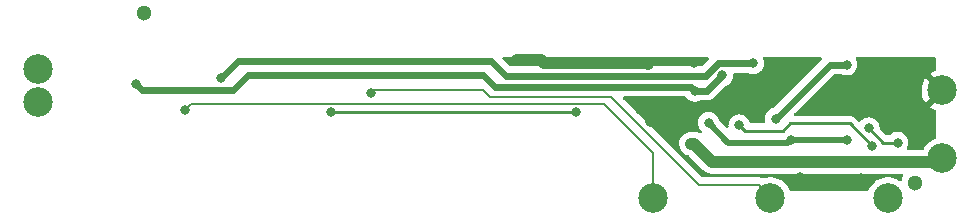
<source format=gbr>
%TF.GenerationSoftware,KiCad,Pcbnew,(6.0.6-0)*%
%TF.CreationDate,2022-09-08T19:57:57-07:00*%
%TF.ProjectId,Battery Extension PCB,42617474-6572-4792-9045-7874656e7369,rev?*%
%TF.SameCoordinates,Original*%
%TF.FileFunction,Copper,L2,Bot*%
%TF.FilePolarity,Positive*%
%FSLAX46Y46*%
G04 Gerber Fmt 4.6, Leading zero omitted, Abs format (unit mm)*
G04 Created by KiCad (PCBNEW (6.0.6-0)) date 2022-09-08 19:57:57*
%MOMM*%
%LPD*%
G01*
G04 APERTURE LIST*
%TA.AperFunction,ComponentPad*%
%ADD10C,2.500000*%
%TD*%
%TA.AperFunction,ViaPad*%
%ADD11C,1.300000*%
%TD*%
%TA.AperFunction,ViaPad*%
%ADD12C,0.800000*%
%TD*%
%TA.AperFunction,Conductor*%
%ADD13C,0.250000*%
%TD*%
%TA.AperFunction,Conductor*%
%ADD14C,1.000000*%
%TD*%
%TA.AperFunction,Conductor*%
%ADD15C,0.600000*%
%TD*%
%TA.AperFunction,Conductor*%
%ADD16C,0.200000*%
%TD*%
%TA.AperFunction,Conductor*%
%ADD17C,0.550000*%
%TD*%
G04 APERTURE END LIST*
D10*
%TO.P,H7,1*%
%TO.N,VBUS*%
X128270000Y-80848200D03*
%TD*%
%TO.P,H6,1*%
%TO.N,GND*%
X142824200Y-71729600D03*
%TD*%
%TO.P,H5,1*%
%TO.N,+5V*%
X142824200Y-77470000D03*
%TD*%
%TO.P,H4,1*%
%TO.N,IO27{slash}BATT CHARGING*%
X138201400Y-80848200D03*
%TD*%
%TO.P,H3,1*%
%TO.N,IO26{slash}BATT VOLT*%
X118338600Y-80848200D03*
%TD*%
%TO.P,H2,1*%
%TO.N,-BATT*%
X66268600Y-72694800D03*
%TD*%
%TO.P,H1,1*%
%TO.N,+BATT*%
X66268600Y-69951600D03*
%TD*%
D11*
%TO.N,*%
X75234800Y-65176400D03*
X140512800Y-79552800D03*
D12*
%TO.N,GND*%
X118110000Y-74371200D03*
X130810000Y-79044800D03*
X136799194Y-71328406D03*
X117246400Y-73355200D03*
X114503200Y-69443600D03*
X121818400Y-69443600D03*
X121513600Y-74066400D03*
X108813600Y-69189600D03*
X106832400Y-69189600D03*
X134513194Y-71328406D03*
X135940800Y-79146400D03*
X131318000Y-69545200D03*
X120396000Y-73050400D03*
X117906800Y-69494400D03*
X116484400Y-69443600D03*
X124155200Y-73050400D03*
X138627989Y-73868411D03*
X107696000Y-69189600D03*
%TO.N,VBUS*%
X128727200Y-74117200D03*
X134721600Y-69545200D03*
X94488000Y-71932800D03*
%TO.N,+BATT*%
X81788000Y-70662800D03*
X126796800Y-69443600D03*
%TO.N,-BATT*%
X74574400Y-71170800D03*
X123037600Y-74472800D03*
X124206000Y-70459600D03*
X129997200Y-75946000D03*
X134772400Y-75946000D03*
X121869200Y-71780400D03*
%TO.N,+5V*%
X121564400Y-76250800D03*
%TO.N,IO26{slash}BATT VOLT*%
X78689200Y-73406000D03*
%TO.N,Net-(R8-Pad1)*%
X136906000Y-76454000D03*
X125628400Y-74676000D03*
%TO.N,IO27{slash}BATT CHARGING*%
X139039600Y-76149200D03*
X136601200Y-74930000D03*
%TO.N,Net-(R4-Pad2)*%
X91033600Y-73546700D03*
X111793279Y-73585132D03*
%TD*%
D13*
%TO.N,Net-(R4-Pad2)*%
X111793279Y-73585132D02*
X111754847Y-73546700D01*
X111754847Y-73546700D02*
X91033600Y-73546700D01*
D14*
%TO.N,GND*%
X116484400Y-69443600D02*
X117856000Y-69443600D01*
X109067600Y-69443600D02*
X114503200Y-69443600D01*
D15*
X131470400Y-79705200D02*
X135382000Y-79705200D01*
D14*
X108813600Y-69189600D02*
X107696000Y-69189600D01*
X114503200Y-69443600D02*
X116484400Y-69443600D01*
D15*
X135382000Y-79705200D02*
X135940800Y-79146400D01*
X117246400Y-73355200D02*
X120091200Y-73355200D01*
D14*
X107696000Y-69189600D02*
X106832400Y-69189600D01*
D15*
X131318000Y-69545200D02*
X127812800Y-73050400D01*
D14*
X117856000Y-69443600D02*
X117906800Y-69494400D01*
D15*
X120091200Y-73355200D02*
X120396000Y-73050400D01*
X124155200Y-73050400D02*
X120396000Y-73050400D01*
D14*
X108813600Y-69189600D02*
X109067600Y-69443600D01*
D15*
X130810000Y-79044800D02*
X131470400Y-79705200D01*
X127812800Y-73050400D02*
X124155200Y-73050400D01*
D16*
%TO.N,VBUS*%
X114808000Y-72288400D02*
X122224800Y-79705200D01*
X103936800Y-71729600D02*
X104495600Y-72288400D01*
X94488000Y-71932800D02*
X94691200Y-71729600D01*
X94691200Y-71729600D02*
X103936800Y-71729600D01*
X127301233Y-79705200D02*
X128270000Y-80673967D01*
D15*
X134721600Y-69545200D02*
X133299200Y-69545200D01*
X133299200Y-69545200D02*
X128727200Y-74117200D01*
D16*
X104495600Y-72288400D02*
X114808000Y-72288400D01*
X122224800Y-79705200D02*
X127301233Y-79705200D01*
D15*
%TO.N,+BATT*%
X83210400Y-69240400D02*
X104601293Y-69240400D01*
X81788000Y-70662800D02*
X83210400Y-69240400D01*
X122798202Y-70494401D02*
X123849003Y-69443600D01*
X105855294Y-70494401D02*
X122798202Y-70494401D01*
X104601293Y-69240400D02*
X105855294Y-70494401D01*
X123849003Y-69443600D02*
X126796800Y-69443600D01*
%TO.N,-BATT*%
X82753200Y-71678800D02*
X75082400Y-71678800D01*
X121869200Y-71780400D02*
X121513600Y-71424800D01*
X103936800Y-70408800D02*
X84023200Y-70408800D01*
X75082400Y-71678800D02*
X74574400Y-71170800D01*
X122885200Y-71780400D02*
X121869200Y-71780400D01*
X104952800Y-71424800D02*
X103936800Y-70408800D01*
D17*
X124714000Y-76200000D02*
X123037600Y-74523600D01*
X123037600Y-74523600D02*
X123037600Y-74472800D01*
D15*
X121513600Y-71424800D02*
X104952800Y-71424800D01*
X124206000Y-70459600D02*
X122885200Y-71780400D01*
D17*
X134772400Y-75946000D02*
X129997200Y-75946000D01*
X129997200Y-75946000D02*
X129743200Y-76200000D01*
X129743200Y-76200000D02*
X124714000Y-76200000D01*
D15*
X84023200Y-70408800D02*
X82753200Y-71678800D01*
D14*
%TO.N,+5V*%
X121818400Y-76250800D02*
X121564400Y-76250800D01*
D15*
X141870230Y-77774800D02*
X142499615Y-77145415D01*
D14*
X123342400Y-77774800D02*
X121818400Y-76250800D01*
X123342400Y-77774800D02*
X141870230Y-77774800D01*
D16*
%TO.N,IO26{slash}BATT VOLT*%
X78689200Y-73406000D02*
X79248000Y-72847200D01*
X118338600Y-77038200D02*
X118338600Y-80673967D01*
X79248000Y-72847200D02*
X114147600Y-72847200D01*
X114147600Y-72847200D02*
X118338600Y-77038200D01*
D13*
%TO.N,Net-(R8-Pad1)*%
X129336800Y-75133200D02*
X126085600Y-75133200D01*
X126085600Y-75133200D02*
X125628400Y-74676000D01*
X129946400Y-74523600D02*
X129336800Y-75133200D01*
X134975600Y-74523600D02*
X129946400Y-74523600D01*
X136906000Y-76454000D02*
X134975600Y-74523600D01*
%TO.N,IO27{slash}BATT CHARGING*%
X137820400Y-76149200D02*
X139039600Y-76149200D01*
X136601200Y-74930000D02*
X137820400Y-76149200D01*
%TD*%
%TA.AperFunction,Conductor*%
%TO.N,GND*%
G36*
X132579640Y-68905302D02*
G01*
X132626133Y-68958958D01*
X132636237Y-69029232D01*
X132606743Y-69093812D01*
X132600614Y-69100395D01*
X130536773Y-71164235D01*
X128475288Y-73225720D01*
X128437442Y-73251732D01*
X128276478Y-73323397D01*
X128276476Y-73323398D01*
X128270448Y-73326082D01*
X128115947Y-73438334D01*
X128111526Y-73443244D01*
X128111525Y-73443245D01*
X128064836Y-73495099D01*
X127988160Y-73580256D01*
X127892673Y-73745644D01*
X127833658Y-73927272D01*
X127832968Y-73933833D01*
X127832968Y-73933835D01*
X127826723Y-73993251D01*
X127813696Y-74117200D01*
X127814386Y-74123765D01*
X127831109Y-74282872D01*
X127833658Y-74307128D01*
X127835697Y-74313403D01*
X127835698Y-74313408D01*
X127842637Y-74334762D01*
X127844666Y-74405729D01*
X127808005Y-74466528D01*
X127744293Y-74497854D01*
X127722805Y-74499700D01*
X126617914Y-74499700D01*
X126549793Y-74479698D01*
X126503300Y-74426042D01*
X126498081Y-74412636D01*
X126481935Y-74362945D01*
X126462927Y-74304444D01*
X126450473Y-74282872D01*
X126370741Y-74144774D01*
X126367440Y-74139056D01*
X126347205Y-74116582D01*
X126244075Y-74002045D01*
X126244074Y-74002044D01*
X126239653Y-73997134D01*
X126110779Y-73903501D01*
X126090494Y-73888763D01*
X126090493Y-73888762D01*
X126085152Y-73884882D01*
X126079124Y-73882198D01*
X126079122Y-73882197D01*
X125916719Y-73809891D01*
X125916718Y-73809891D01*
X125910688Y-73807206D01*
X125817287Y-73787353D01*
X125730344Y-73768872D01*
X125730339Y-73768872D01*
X125723887Y-73767500D01*
X125532913Y-73767500D01*
X125526461Y-73768872D01*
X125526456Y-73768872D01*
X125439513Y-73787353D01*
X125346112Y-73807206D01*
X125340082Y-73809891D01*
X125340081Y-73809891D01*
X125177678Y-73882197D01*
X125177676Y-73882198D01*
X125171648Y-73884882D01*
X125166307Y-73888762D01*
X125166306Y-73888763D01*
X125146021Y-73903501D01*
X125017147Y-73997134D01*
X125012726Y-74002044D01*
X125012725Y-74002045D01*
X124909596Y-74116582D01*
X124889360Y-74139056D01*
X124886059Y-74144774D01*
X124806328Y-74282872D01*
X124793873Y-74304444D01*
X124734858Y-74486072D01*
X124734168Y-74492633D01*
X124734168Y-74492635D01*
X124727853Y-74552721D01*
X124714896Y-74676000D01*
X124715586Y-74682565D01*
X124726663Y-74787957D01*
X124713891Y-74857795D01*
X124665389Y-74909642D01*
X124596556Y-74927036D01*
X124529246Y-74904455D01*
X124512258Y-74890222D01*
X123963719Y-74341683D01*
X123931690Y-74282694D01*
X123931142Y-74282872D01*
X123872127Y-74101244D01*
X123854064Y-74069957D01*
X123779941Y-73941574D01*
X123776640Y-73935856D01*
X123766746Y-73924867D01*
X123653275Y-73798845D01*
X123653274Y-73798844D01*
X123648853Y-73793934D01*
X123494352Y-73681682D01*
X123488324Y-73678998D01*
X123488322Y-73678997D01*
X123325919Y-73606691D01*
X123325918Y-73606691D01*
X123319888Y-73604006D01*
X123208154Y-73580256D01*
X123139544Y-73565672D01*
X123139539Y-73565672D01*
X123133087Y-73564300D01*
X122942113Y-73564300D01*
X122935661Y-73565672D01*
X122935656Y-73565672D01*
X122867046Y-73580256D01*
X122755312Y-73604006D01*
X122749282Y-73606691D01*
X122749281Y-73606691D01*
X122586878Y-73678997D01*
X122586876Y-73678998D01*
X122580848Y-73681682D01*
X122426347Y-73793934D01*
X122421926Y-73798844D01*
X122421925Y-73798845D01*
X122308455Y-73924867D01*
X122298560Y-73935856D01*
X122295259Y-73941574D01*
X122221137Y-74069957D01*
X122203073Y-74101244D01*
X122144058Y-74282872D01*
X122143368Y-74289433D01*
X122143368Y-74289435D01*
X122131876Y-74398774D01*
X122124096Y-74472800D01*
X122144058Y-74662728D01*
X122203073Y-74844356D01*
X122206376Y-74850078D01*
X122206377Y-74850079D01*
X122229554Y-74890222D01*
X122298560Y-75009744D01*
X122426347Y-75151666D01*
X122426490Y-75151770D01*
X122462476Y-75210184D01*
X122461124Y-75281168D01*
X122421609Y-75340152D01*
X122356478Y-75368409D01*
X122280225Y-75353788D01*
X122223014Y-75322336D01*
X122223012Y-75322335D01*
X122217613Y-75319367D01*
X122212531Y-75317755D01*
X122207837Y-75315238D01*
X122118869Y-75288038D01*
X122117841Y-75287718D01*
X122029094Y-75259565D01*
X122023798Y-75258971D01*
X122018702Y-75257413D01*
X121926143Y-75248010D01*
X121925007Y-75247889D01*
X121891392Y-75244119D01*
X121878670Y-75242692D01*
X121878666Y-75242692D01*
X121875173Y-75242300D01*
X121871646Y-75242300D01*
X121870661Y-75242245D01*
X121864981Y-75241798D01*
X121835575Y-75238811D01*
X121828063Y-75238048D01*
X121828061Y-75238048D01*
X121821938Y-75237426D01*
X121779659Y-75241423D01*
X121776291Y-75241741D01*
X121764433Y-75242300D01*
X121514631Y-75242300D01*
X121511575Y-75242600D01*
X121511568Y-75242600D01*
X121456315Y-75248018D01*
X121367567Y-75256720D01*
X121361666Y-75258502D01*
X121361664Y-75258502D01*
X121295667Y-75278428D01*
X121178231Y-75313884D01*
X121003604Y-75406734D01*
X120930384Y-75466451D01*
X120855113Y-75527840D01*
X120855110Y-75527843D01*
X120850338Y-75531735D01*
X120846411Y-75536482D01*
X120846409Y-75536484D01*
X120728199Y-75679375D01*
X120728197Y-75679379D01*
X120724270Y-75684125D01*
X120630202Y-75858099D01*
X120571718Y-76047032D01*
X120551045Y-76243725D01*
X120556644Y-76305243D01*
X120563036Y-76375479D01*
X120568970Y-76440688D01*
X120570708Y-76446594D01*
X120570709Y-76446598D01*
X120580160Y-76478709D01*
X120624810Y-76630419D01*
X120627663Y-76635877D01*
X120627665Y-76635881D01*
X120659601Y-76696968D01*
X120716440Y-76805690D01*
X120840368Y-76959825D01*
X120991874Y-77086954D01*
X120997272Y-77089921D01*
X120997277Y-77089925D01*
X121140580Y-77168705D01*
X121165187Y-77182233D01*
X121171054Y-77184094D01*
X121171056Y-77184095D01*
X121347835Y-77240173D01*
X121347839Y-77240174D01*
X121353706Y-77242035D01*
X121355458Y-77242232D01*
X121417027Y-77275662D01*
X122585549Y-78444184D01*
X122594651Y-78454327D01*
X122618368Y-78483825D01*
X122656846Y-78516112D01*
X122660462Y-78519267D01*
X122662288Y-78520923D01*
X122664474Y-78523109D01*
X122666854Y-78525064D01*
X122666864Y-78525073D01*
X122697668Y-78550376D01*
X122698683Y-78551218D01*
X122769874Y-78610954D01*
X122774548Y-78613523D01*
X122778661Y-78616902D01*
X122784098Y-78619817D01*
X122784099Y-78619818D01*
X122860447Y-78660755D01*
X122861577Y-78661368D01*
X122943187Y-78706233D01*
X122948269Y-78707845D01*
X122952963Y-78710362D01*
X123041931Y-78737562D01*
X123042959Y-78737882D01*
X123131706Y-78766035D01*
X123137002Y-78766629D01*
X123142098Y-78768187D01*
X123234622Y-78777585D01*
X123235742Y-78777705D01*
X123269064Y-78781442D01*
X123282130Y-78782908D01*
X123282134Y-78782908D01*
X123285627Y-78783300D01*
X123289154Y-78783300D01*
X123290157Y-78783356D01*
X123295841Y-78783803D01*
X123321257Y-78786385D01*
X123332736Y-78787551D01*
X123332738Y-78787551D01*
X123338862Y-78788173D01*
X123384501Y-78783859D01*
X123396357Y-78783300D01*
X139399836Y-78783300D01*
X139467957Y-78803302D01*
X139514450Y-78856958D01*
X139524554Y-78927232D01*
X139511344Y-78967967D01*
X139454138Y-79076698D01*
X139437900Y-79107562D01*
X139436186Y-79113083D01*
X139436184Y-79113087D01*
X139410284Y-79196500D01*
X139374761Y-79310902D01*
X139374713Y-79311308D01*
X139341807Y-79372247D01*
X139279655Y-79406563D01*
X139208816Y-79401829D01*
X139180476Y-79387096D01*
X139100251Y-79331441D01*
X139100248Y-79331439D01*
X139096409Y-79328776D01*
X139092216Y-79326708D01*
X138866181Y-79215240D01*
X138866178Y-79215239D01*
X138861993Y-79213175D01*
X138822906Y-79200663D01*
X138617523Y-79134920D01*
X138613065Y-79133493D01*
X138355093Y-79091479D01*
X138241342Y-79089990D01*
X138098422Y-79088119D01*
X138098419Y-79088119D01*
X138093745Y-79088058D01*
X137834762Y-79123304D01*
X137830276Y-79124612D01*
X137830274Y-79124612D01*
X137786548Y-79137357D01*
X137583833Y-79196443D01*
X137579580Y-79198403D01*
X137579579Y-79198404D01*
X137543059Y-79215240D01*
X137346472Y-79305868D01*
X137307467Y-79331441D01*
X137131804Y-79446610D01*
X137131799Y-79446614D01*
X137127891Y-79449176D01*
X136932894Y-79623218D01*
X136765763Y-79824170D01*
X136763334Y-79828173D01*
X136643276Y-80026023D01*
X136630171Y-80047619D01*
X136628362Y-80051933D01*
X136571224Y-80188192D01*
X136526435Y-80243279D01*
X136455027Y-80265467D01*
X130016455Y-80265467D01*
X129948334Y-80245465D01*
X129901841Y-80191809D01*
X129899022Y-80185134D01*
X129898387Y-80183499D01*
X129861647Y-80089023D01*
X129731951Y-79862102D01*
X129570138Y-79656843D01*
X129379763Y-79477757D01*
X129182307Y-79340776D01*
X129168851Y-79331441D01*
X129168848Y-79331439D01*
X129165009Y-79328776D01*
X129160816Y-79326708D01*
X128934781Y-79215240D01*
X128934778Y-79215239D01*
X128930593Y-79213175D01*
X128891506Y-79200663D01*
X128686123Y-79134920D01*
X128681665Y-79133493D01*
X128423693Y-79091479D01*
X128309942Y-79089990D01*
X128167022Y-79088119D01*
X128167019Y-79088119D01*
X128162345Y-79088058D01*
X127903362Y-79123304D01*
X127699408Y-79182751D01*
X127628413Y-79182610D01*
X127608744Y-79174163D01*
X127608109Y-79173676D01*
X127600482Y-79170517D01*
X127600479Y-79170515D01*
X127489658Y-79124612D01*
X127460084Y-79112362D01*
X127451897Y-79111284D01*
X127451896Y-79111284D01*
X127440691Y-79109809D01*
X127384717Y-79102440D01*
X127341118Y-79096700D01*
X127341115Y-79096700D01*
X127341107Y-79096699D01*
X127309422Y-79092528D01*
X127301233Y-79091450D01*
X127269540Y-79095622D01*
X127253097Y-79096700D01*
X122529039Y-79096700D01*
X122460918Y-79076698D01*
X122439944Y-79059795D01*
X115828544Y-72448395D01*
X115794518Y-72386083D01*
X115799583Y-72315268D01*
X115842130Y-72258432D01*
X115908650Y-72233621D01*
X115917639Y-72233300D01*
X121008891Y-72233300D01*
X121077012Y-72253302D01*
X121118009Y-72296298D01*
X121130160Y-72317344D01*
X121134578Y-72322251D01*
X121134579Y-72322252D01*
X121226709Y-72424573D01*
X121257947Y-72459266D01*
X121353104Y-72528402D01*
X121386973Y-72553009D01*
X121412448Y-72571518D01*
X121418476Y-72574202D01*
X121418478Y-72574203D01*
X121546568Y-72631232D01*
X121586912Y-72649194D01*
X121680312Y-72669047D01*
X121767256Y-72687528D01*
X121767261Y-72687528D01*
X121773713Y-72688900D01*
X121964687Y-72688900D01*
X121971139Y-72687528D01*
X121971144Y-72687528D01*
X122058088Y-72669047D01*
X122151488Y-72649194D01*
X122191832Y-72631232D01*
X122262445Y-72599793D01*
X122313694Y-72588900D01*
X122875986Y-72588900D01*
X122877306Y-72588907D01*
X122967421Y-72589851D01*
X123009797Y-72580689D01*
X123022363Y-72578631D01*
X123065455Y-72573797D01*
X123072106Y-72571481D01*
X123072110Y-72571480D01*
X123097130Y-72562767D01*
X123111942Y-72558604D01*
X123137819Y-72553009D01*
X123144710Y-72551519D01*
X123184013Y-72533192D01*
X123195789Y-72528410D01*
X123236752Y-72514145D01*
X123242727Y-72510411D01*
X123242730Y-72510410D01*
X123265195Y-72496373D01*
X123278712Y-72489034D01*
X123302714Y-72477841D01*
X123302715Y-72477840D01*
X123309102Y-72474862D01*
X123330668Y-72458134D01*
X123343353Y-72448294D01*
X123353812Y-72440998D01*
X123384604Y-72421758D01*
X123384607Y-72421756D01*
X123390576Y-72418026D01*
X123398683Y-72409976D01*
X123419379Y-72389424D01*
X123420004Y-72388839D01*
X123420670Y-72388322D01*
X123446660Y-72362332D01*
X123519282Y-72290215D01*
X123519940Y-72289178D01*
X123521043Y-72287949D01*
X124457912Y-71351080D01*
X124495758Y-71325068D01*
X124500691Y-71322872D01*
X124586580Y-71284632D01*
X124656722Y-71253403D01*
X124656724Y-71253402D01*
X124662752Y-71250718D01*
X124681218Y-71237302D01*
X124781785Y-71164235D01*
X124817253Y-71138466D01*
X124945040Y-70996544D01*
X125028023Y-70852814D01*
X125037223Y-70836879D01*
X125037224Y-70836878D01*
X125040527Y-70831156D01*
X125099542Y-70649528D01*
X125109058Y-70558993D01*
X125118814Y-70466165D01*
X125119504Y-70459600D01*
X125112322Y-70391270D01*
X125125094Y-70321433D01*
X125173596Y-70269586D01*
X125237632Y-70252100D01*
X126352306Y-70252100D01*
X126403555Y-70262993D01*
X126503884Y-70307662D01*
X126514512Y-70312394D01*
X126607913Y-70332247D01*
X126694856Y-70350728D01*
X126694861Y-70350728D01*
X126701313Y-70352100D01*
X126892287Y-70352100D01*
X126898739Y-70350728D01*
X126898744Y-70350728D01*
X126985687Y-70332247D01*
X127079088Y-70312394D01*
X127089685Y-70307676D01*
X127247522Y-70237403D01*
X127247524Y-70237402D01*
X127253552Y-70234718D01*
X127408053Y-70122466D01*
X127449508Y-70076426D01*
X127531421Y-69985452D01*
X127531422Y-69985451D01*
X127535840Y-69980544D01*
X127631327Y-69815156D01*
X127690342Y-69633528D01*
X127710304Y-69443600D01*
X127709050Y-69431669D01*
X127691032Y-69260235D01*
X127691032Y-69260233D01*
X127690342Y-69253672D01*
X127631327Y-69072044D01*
X127628022Y-69066319D01*
X127626344Y-69062551D01*
X127616909Y-68992184D01*
X127647014Y-68927886D01*
X127707102Y-68890072D01*
X127741450Y-68885300D01*
X132511519Y-68885300D01*
X132579640Y-68905302D01*
G37*
%TD.AperFunction*%
%TA.AperFunction,Conductor*%
G36*
X142233236Y-68905302D02*
G01*
X142279729Y-68958958D01*
X142291115Y-69011300D01*
X142291115Y-69959752D01*
X142271113Y-70027873D01*
X142217457Y-70074366D01*
X142209237Y-70077774D01*
X142202568Y-70080267D01*
X141973758Y-70185751D01*
X141965606Y-70190270D01*
X141786553Y-70307662D01*
X141777416Y-70318403D01*
X141781989Y-70328179D01*
X142254210Y-70800400D01*
X142288236Y-70862712D01*
X142291115Y-70889495D01*
X142291115Y-71251535D01*
X142271113Y-71319656D01*
X142217457Y-71366149D01*
X142147183Y-71376253D01*
X142082603Y-71346759D01*
X142076020Y-71340630D01*
X141425521Y-70690131D01*
X141412213Y-70682864D01*
X141402174Y-70689986D01*
X141391961Y-70702266D01*
X141386546Y-70709858D01*
X141255846Y-70925246D01*
X141251608Y-70933563D01*
X141154181Y-71165899D01*
X141151220Y-71174749D01*
X141089206Y-71418931D01*
X141087584Y-71428128D01*
X141062343Y-71678798D01*
X141062098Y-71688123D01*
X141074187Y-71939775D01*
X141075324Y-71949035D01*
X141124474Y-72196135D01*
X141126968Y-72205128D01*
X141212100Y-72442239D01*
X141215900Y-72450774D01*
X141335146Y-72672701D01*
X141340157Y-72680568D01*
X141403646Y-72765590D01*
X141414904Y-72774039D01*
X141427323Y-72767267D01*
X142076020Y-72118570D01*
X142138332Y-72084544D01*
X142209147Y-72089609D01*
X142265983Y-72132156D01*
X142290794Y-72198676D01*
X142291115Y-72207665D01*
X142291115Y-72569705D01*
X142271113Y-72637826D01*
X142254210Y-72658800D01*
X141786470Y-73126540D01*
X141779812Y-73138733D01*
X141788525Y-73150253D01*
X141886218Y-73221884D01*
X141894128Y-73226827D01*
X142117090Y-73344133D01*
X142125652Y-73347856D01*
X142206656Y-73376144D01*
X142264374Y-73417486D01*
X142290577Y-73483470D01*
X142291115Y-73495099D01*
X142291115Y-75699617D01*
X142271113Y-75767738D01*
X142217457Y-75814231D01*
X142210499Y-75817116D01*
X142206633Y-75818243D01*
X141969272Y-75927668D01*
X141930643Y-75952994D01*
X141754604Y-76068410D01*
X141754599Y-76068414D01*
X141750691Y-76070976D01*
X141555694Y-76245018D01*
X141388563Y-76445970D01*
X141386134Y-76449973D01*
X141278633Y-76627130D01*
X141252971Y-76669419D01*
X141251169Y-76673716D01*
X141251163Y-76673728D01*
X141244750Y-76689023D01*
X141199963Y-76744110D01*
X141128552Y-76766300D01*
X139950600Y-76766300D01*
X139882479Y-76746298D01*
X139835986Y-76692642D01*
X139825882Y-76622368D01*
X139841481Y-76577300D01*
X139870823Y-76526479D01*
X139870824Y-76526478D01*
X139874127Y-76520756D01*
X139933142Y-76339128D01*
X139936704Y-76305243D01*
X139952414Y-76155765D01*
X139953104Y-76149200D01*
X139945210Y-76074093D01*
X139933832Y-75965835D01*
X139933832Y-75965833D01*
X139933142Y-75959272D01*
X139874127Y-75777644D01*
X139778640Y-75612256D01*
X139650853Y-75470334D01*
X139496352Y-75358082D01*
X139490324Y-75355398D01*
X139490322Y-75355397D01*
X139327919Y-75283091D01*
X139327918Y-75283091D01*
X139321888Y-75280406D01*
X139220805Y-75258920D01*
X139141544Y-75242072D01*
X139141539Y-75242072D01*
X139135087Y-75240700D01*
X138944113Y-75240700D01*
X138937661Y-75242072D01*
X138937656Y-75242072D01*
X138858395Y-75258920D01*
X138757312Y-75280406D01*
X138751282Y-75283091D01*
X138751281Y-75283091D01*
X138588878Y-75355397D01*
X138588876Y-75355398D01*
X138582848Y-75358082D01*
X138577507Y-75361962D01*
X138577506Y-75361963D01*
X138513183Y-75408697D01*
X138428347Y-75470334D01*
X138423932Y-75475237D01*
X138419020Y-75479660D01*
X138417895Y-75478411D01*
X138364586Y-75511251D01*
X138331400Y-75515700D01*
X138134995Y-75515700D01*
X138066874Y-75495698D01*
X138045900Y-75478795D01*
X137548322Y-74981217D01*
X137514296Y-74918905D01*
X137512107Y-74905292D01*
X137495432Y-74746635D01*
X137495432Y-74746633D01*
X137494742Y-74740072D01*
X137435727Y-74558444D01*
X137340240Y-74393056D01*
X137260454Y-74304444D01*
X137216875Y-74256045D01*
X137216874Y-74256044D01*
X137212453Y-74251134D01*
X137057952Y-74138882D01*
X137051924Y-74136198D01*
X137051922Y-74136197D01*
X136889519Y-74063891D01*
X136889518Y-74063891D01*
X136883488Y-74061206D01*
X136763601Y-74035723D01*
X136703144Y-74022872D01*
X136703139Y-74022872D01*
X136696687Y-74021500D01*
X136505713Y-74021500D01*
X136499261Y-74022872D01*
X136499256Y-74022872D01*
X136438799Y-74035723D01*
X136318912Y-74061206D01*
X136312882Y-74063891D01*
X136312881Y-74063891D01*
X136150478Y-74136197D01*
X136150476Y-74136198D01*
X136144448Y-74138882D01*
X135989947Y-74251134D01*
X135893579Y-74358162D01*
X135833136Y-74395400D01*
X135762152Y-74394048D01*
X135710850Y-74362945D01*
X135479252Y-74131347D01*
X135471712Y-74123061D01*
X135467600Y-74116582D01*
X135457960Y-74107529D01*
X135417949Y-74069957D01*
X135415107Y-74067202D01*
X135395370Y-74047465D01*
X135392173Y-74044985D01*
X135383151Y-74037280D01*
X135356700Y-74012441D01*
X135350921Y-74007014D01*
X135343975Y-74003195D01*
X135343972Y-74003193D01*
X135333166Y-73997252D01*
X135316647Y-73986401D01*
X135316183Y-73986041D01*
X135300641Y-73973986D01*
X135293372Y-73970841D01*
X135293368Y-73970838D01*
X135260063Y-73956426D01*
X135249413Y-73951209D01*
X135210660Y-73929905D01*
X135200406Y-73927272D01*
X135196254Y-73926206D01*
X135191037Y-73924867D01*
X135172334Y-73918463D01*
X135161020Y-73913567D01*
X135161019Y-73913567D01*
X135153745Y-73910419D01*
X135145922Y-73909180D01*
X135145912Y-73909177D01*
X135110076Y-73903501D01*
X135098456Y-73901095D01*
X135063311Y-73892072D01*
X135063310Y-73892072D01*
X135055630Y-73890100D01*
X135035376Y-73890100D01*
X135015665Y-73888549D01*
X135003486Y-73886620D01*
X134995657Y-73885380D01*
X134987765Y-73886126D01*
X134951639Y-73889541D01*
X134939781Y-73890100D01*
X130401882Y-73890100D01*
X130333761Y-73870098D01*
X130287268Y-73816442D01*
X130277164Y-73746168D01*
X130306658Y-73681588D01*
X130312787Y-73675005D01*
X133597187Y-70390605D01*
X133659499Y-70356579D01*
X133686282Y-70353700D01*
X134277106Y-70353700D01*
X134328355Y-70364593D01*
X134370963Y-70383563D01*
X134439312Y-70413994D01*
X134532713Y-70433847D01*
X134619656Y-70452328D01*
X134619661Y-70452328D01*
X134626113Y-70453700D01*
X134817087Y-70453700D01*
X134823539Y-70452328D01*
X134823544Y-70452328D01*
X134910487Y-70433847D01*
X135003888Y-70413994D01*
X135056421Y-70390605D01*
X135172322Y-70339003D01*
X135172324Y-70339002D01*
X135178352Y-70336318D01*
X135189555Y-70328179D01*
X135279275Y-70262993D01*
X135332853Y-70224066D01*
X135367352Y-70185751D01*
X135456221Y-70087052D01*
X135456222Y-70087051D01*
X135460640Y-70082144D01*
X135556127Y-69916756D01*
X135615142Y-69735128D01*
X135619786Y-69690948D01*
X135634414Y-69551765D01*
X135635104Y-69545200D01*
X135615142Y-69355272D01*
X135556127Y-69173644D01*
X135552823Y-69167921D01*
X135498771Y-69074300D01*
X135482033Y-69005304D01*
X135505254Y-68938213D01*
X135561061Y-68894326D01*
X135607890Y-68885300D01*
X142165115Y-68885300D01*
X142233236Y-68905302D01*
G37*
%TD.AperFunction*%
%TA.AperFunction,Conductor*%
G36*
X123027842Y-68905302D02*
G01*
X123074335Y-68958958D01*
X123084439Y-69029232D01*
X123054945Y-69093812D01*
X123048816Y-69100395D01*
X122500215Y-69648996D01*
X122437903Y-69683022D01*
X122411120Y-69685901D01*
X106242376Y-69685901D01*
X106174255Y-69665899D01*
X106153280Y-69648996D01*
X105604680Y-69100395D01*
X105570655Y-69038083D01*
X105575720Y-68967267D01*
X105618267Y-68910432D01*
X105684787Y-68885621D01*
X105693776Y-68885300D01*
X122959721Y-68885300D01*
X123027842Y-68905302D01*
G37*
%TD.AperFunction*%
%TD*%
M02*

</source>
